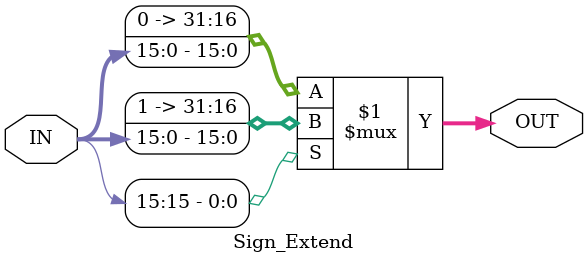
<source format=v>
module Sign_Extend (
  input [15 : 0] IN,
  output [31 : 0] OUT
);
assign OUT = IN[15]? {~16'b0,IN} : {16'b0,IN};
endmodule 

</source>
